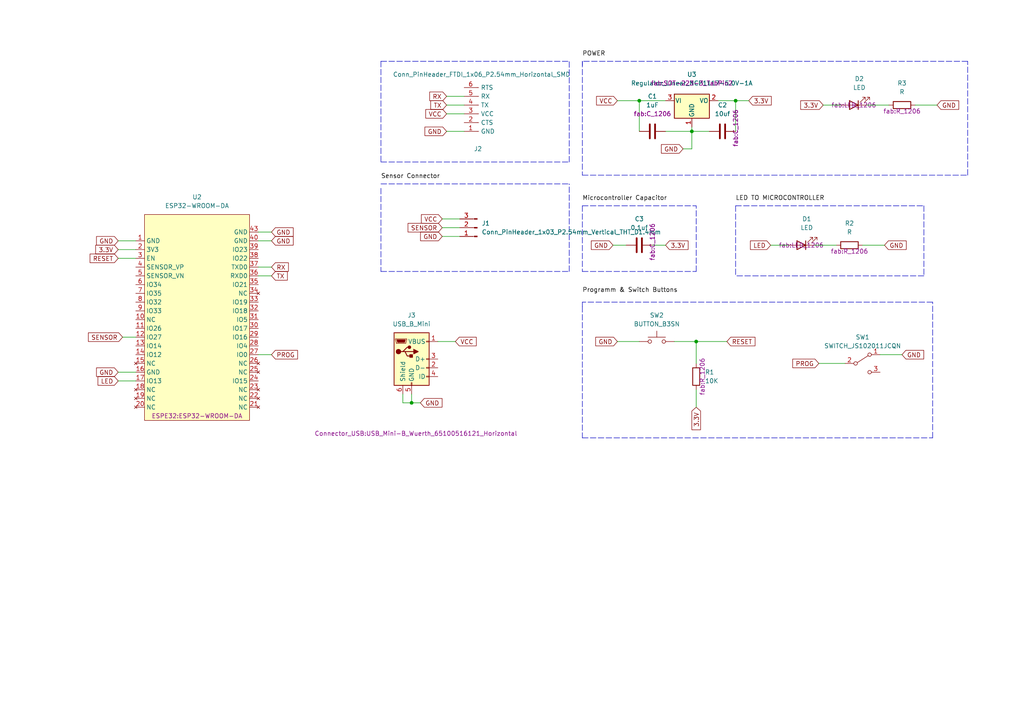
<source format=kicad_sch>
(kicad_sch (version 20211123) (generator eeschema)
  (paper "A4")
  (lib_symbols
    (symbol "Connector:USB_B_Mini" (pin_names (offset 1.016))
      (property "Reference" "J" (at -5.08 11.43 0))
      (property "Value" "USB_B_Mini" (at -5.08 8.89 0))
      (symbol "USB_B_Mini_0_1"
        (rectangle (start -5.08 -7.62) (end 5.08 7.62) (stroke (width 0.254)) (fill (type background)))
        (circle (center -3.81 2.159) (radius 0.635) (stroke (width 0.254)) (fill (type outline)))
        (circle (center -0.635 3.429) (radius 0.381) (stroke (width 0.254)) (fill (type outline)))
        (rectangle (start -0.127 -7.62) (end 0.127 -6.858))
        (polyline (pts (xy -1.905 2.159) (xy 0.635 2.159)) (stroke (width 0.254)))
        (polyline (pts (xy -3.175 2.159) (xy -2.54 2.159) (xy -1.27 3.429) (xy -0.635 3.429)) (stroke (width 0.254)))
        (polyline (pts (xy -2.54 2.159) (xy -1.905 2.159) (xy -1.27 0.889) (xy 0 0.889)) (stroke (width 0.254)))
        (polyline (pts (xy 0.635 2.794) (xy 0.635 1.524) (xy 1.905 2.159) (xy 0.635 2.794)) (stroke (width 0.254)) (fill (type outline)))
        (polyline (pts (xy -4.318 5.588) (xy -1.778 5.588) (xy -2.032 4.826) (xy -4.064 4.826) (xy -4.318 5.588)) (fill (type outline)))
        (polyline (pts (xy -4.699 5.842) (xy -4.699 5.588) (xy -4.445 4.826) (xy -4.445 4.572) (xy -1.651 4.572) (xy -1.651 4.826) (xy -1.397 5.588) (xy -1.397 5.842) (xy -4.699 5.842)))
        (rectangle (start 0.254 1.27) (end -0.508 0.508) (stroke (width 0.254)) (fill (type outline)))
        (rectangle (start 5.08 -5.207) (end 4.318 -4.953))
        (rectangle (start 5.08 -2.667) (end 4.318 -2.413))
        (rectangle (start 5.08 -0.127) (end 4.318 0.127))
        (rectangle (start 5.08 4.953) (end 4.318 5.207))
      )
      (symbol "USB_B_Mini_1_1"
        (pin power_out line (at 7.62 5.08 180) (length 2.54) (name "VBUS") (number "1"))
        (pin bidirectional line (at 7.62 -2.54 180) (length 2.54) (name "D-") (number "2"))
        (pin bidirectional line (at 7.62 0 180) (length 2.54) (name "D+") (number "3"))
        (pin passive line (at 7.62 -5.08 180) (length 2.54) (name "ID") (number "4"))
        (pin power_out line (at 0 -10.16 90) (length 2.54) (name "GND") (number "5"))
        (pin passive line (at -2.54 -10.16 90) (length 2.54) (name "Shield") (number "6"))
      )
    )
    (symbol "Device:C" (pin_numbers hide) (pin_names (offset 0.254))
      (property "Reference" "C" (at 0.635 2.54 0))
      (property "Value" "C" (at 0.635 -2.54 0))
      (symbol "C_0_1"
        (polyline (pts (xy -2.032 -0.762) (xy 2.032 -0.762)) (stroke (width 0.508)))
        (polyline (pts (xy -2.032 0.762) (xy 2.032 0.762)) (stroke (width 0.508)))
      )
      (symbol "C_1_1"
        (pin passive line (at 0 3.81 270) (length 2.794) (name "~") (number "1"))
        (pin passive line (at 0 -3.81 90) (length 2.794) (name "~") (number "2"))
      )
    )
    (symbol "Device:LED" (pin_numbers hide) (pin_names (offset 1.016) hide)
      (property "Reference" "D" (at 0 2.54 0))
      (property "Value" "LED" (at 0 -2.54 0))
      (symbol "LED_0_1"
        (polyline (pts (xy -1.27 -1.27) (xy -1.27 1.27)) (stroke (width 0.254)))
        (polyline (pts (xy -1.27 0) (xy 1.27 0)))
        (polyline (pts (xy 1.27 -1.27) (xy 1.27 1.27) (xy -1.27 0) (xy 1.27 -1.27)) (stroke (width 0.254)))
        (polyline (pts (xy -3.048 -0.762) (xy -4.572 -2.286) (xy -3.81 -2.286) (xy -4.572 -2.286) (xy -4.572 -1.524)))
        (polyline (pts (xy -1.778 -0.762) (xy -3.302 -2.286) (xy -2.54 -2.286) (xy -3.302 -2.286) (xy -3.302 -1.524)))
      )
      (symbol "LED_1_1"
        (pin passive line (at -3.81 0 0) (length 2.54) (name "K") (number "1"))
        (pin passive line (at 3.81 0 180) (length 2.54) (name "A") (number "2"))
      )
    )
    (symbol "ESP32-WROOM-DA:ESP32-WROOM-DA"
      (property "Reference" "U1" (at 0 34.29 0))
      (property "Value" "ESP32-WROOM-DA" (at 0 31.75 0))
      (symbol "ESP32-WROOM-DA_0_1"
        (rectangle (start -15.24 29.21) (end 15.24 -30.48) (fill (type background)))
      )
      (symbol "ESP32-WROOM-DA_1_1"
        (pin bidirectional line (at -17.78 21.59 0) (length 2.54) (name "GND") (number "1"))
        (pin bidirectional line (at -17.78 -1.27 0) (length 2.54) (name "NC") (number "10"))
        (pin bidirectional line (at -17.78 -3.81 0) (length 2.54) (name "IO26") (number "11"))
        (pin bidirectional line (at -17.78 -6.35 0) (length 2.54) (name "IO27") (number "12"))
        (pin bidirectional line (at -17.78 -8.89 0) (length 2.54) (name "IO14") (number "13"))
        (pin bidirectional line (at -17.78 -11.43 0) (length 2.54) (name "IO12") (number "14"))
        (pin no_connect line (at -17.78 -13.97 0) (length 2.54) (name "NC") (number "15"))
        (pin bidirectional line (at -17.78 -16.51 0) (length 2.54) (name "GND") (number "16"))
        (pin bidirectional line (at -17.78 -19.05 0) (length 2.54) (name "IO13") (number "17"))
        (pin no_connect line (at -17.78 -21.59 0) (length 2.54) (name "NC") (number "18"))
        (pin no_connect line (at -17.78 -24.13 0) (length 2.54) (name "NC") (number "19"))
        (pin bidirectional line (at -17.78 19.05 0) (length 2.54) (name "3V3") (number "2"))
        (pin no_connect line (at -17.78 -26.67 0) (length 2.54) (name "NC") (number "20"))
        (pin no_connect line (at 17.78 -26.67 180) (length 2.54) (name "NC") (number "21"))
        (pin no_connect line (at 17.78 -24.13 180) (length 2.54) (name "NC") (number "22"))
        (pin no_connect line (at 17.78 -21.59 180) (length 2.54) (name "NC") (number "23"))
        (pin bidirectional line (at 17.78 -19.05 180) (length 2.54) (name "IO15") (number "24"))
        (pin no_connect line (at 17.78 -16.51 180) (length 2.54) (name "NC") (number "25"))
        (pin no_connect line (at 17.78 -13.97 180) (length 2.54) (name "NC") (number "26"))
        (pin bidirectional line (at 17.78 -11.43 180) (length 2.54) (name "IO0") (number "27"))
        (pin bidirectional line (at 17.78 -8.89 180) (length 2.54) (name "IO4") (number "28"))
        (pin bidirectional line (at 17.78 -6.35 180) (length 2.54) (name "IO16") (number "29"))
        (pin bidirectional line (at -17.78 16.51 0) (length 2.54) (name "EN") (number "3"))
        (pin bidirectional line (at 17.78 -3.81 180) (length 2.54) (name "IO17") (number "30"))
        (pin bidirectional line (at 17.78 -1.27 180) (length 2.54) (name "IO5") (number "31"))
        (pin bidirectional line (at 17.78 1.27 180) (length 2.54) (name "IO18") (number "32"))
        (pin bidirectional line (at 17.78 3.81 180) (length 2.54) (name "IO19") (number "33"))
        (pin no_connect line (at 17.78 6.35 180) (length 2.54) (name "NC") (number "34"))
        (pin bidirectional line (at 17.78 8.89 180) (length 2.54) (name "IO21") (number "35"))
        (pin bidirectional line (at 17.78 11.43 180) (length 2.54) (name "RXD0") (number "36"))
        (pin bidirectional line (at 17.78 13.97 180) (length 2.54) (name "TXD0") (number "37"))
        (pin bidirectional line (at 17.78 16.51 180) (length 2.54) (name "IO22") (number "38"))
        (pin bidirectional line (at 17.78 19.05 180) (length 2.54) (name "IO23") (number "39"))
        (pin bidirectional line (at -17.78 13.97 0) (length 2.54) (name "SENSOR_VP") (number "4"))
        (pin bidirectional line (at 17.78 21.59 180) (length 2.54) (name "GND") (number "40"))
        (pin bidirectional line (at 17.78 24.13 180) (length 2.54) (name "GND") (number "43"))
        (pin bidirectional line (at -17.78 11.43 0) (length 2.54) (name "SENSOR_VN") (number "5"))
        (pin bidirectional line (at -17.78 8.89 0) (length 2.54) (name "IO34") (number "6"))
        (pin bidirectional line (at -17.78 6.35 0) (length 2.54) (name "IO35") (number "7"))
        (pin bidirectional line (at -17.78 3.81 0) (length 2.54) (name "IO32") (number "8"))
        (pin bidirectional line (at -17.78 1.27 0) (length 2.54) (name "IO33") (number "9"))
      )
    )
    (symbol "fab:BUTTON_B3SN" (pin_numbers hide) (pin_names (offset 1.016) hide)
      (property "Reference" "SW" (at 1.27 2.54 0))
      (property "Value" "BUTTON_B3SN" (at 0 -1.524 0))
      (symbol "BUTTON_B3SN_0_1"
        (circle (center -2.032 0) (radius 0.508))
        (polyline (pts (xy 0 1.27) (xy 0 3.048)))
        (polyline (pts (xy 2.54 1.27) (xy -2.54 1.27)))
        (circle (center 2.032 0) (radius 0.508))
        (pin passive line (at -5.08 0 0) (length 2.54) (name "1") (number "1"))
        (pin passive line (at 5.08 0 180) (length 2.54) (name "2") (number "2"))
      )
    )
    (symbol "fab:C" (pin_numbers hide) (pin_names (offset 0.254))
      (property "Reference" "C" (at 0.635 2.54 0))
      (property "Value" "C" (at 0.635 -2.54 0))
      (symbol "C_0_1"
        (polyline (pts (xy -2.032 -0.762) (xy 2.032 -0.762)) (stroke (width 0.508)))
        (polyline (pts (xy -2.032 0.762) (xy 2.032 0.762)) (stroke (width 0.508)))
      )
      (symbol "C_1_1"
        (pin passive line (at 0 3.81 270) (length 2.794) (name "~") (number "1"))
        (pin passive line (at 0 -3.81 90) (length 2.794) (name "~") (number "2"))
      )
    )
    (symbol "fab:Conn_PinHeader_1x03_P2.54mm_Vertical_THT_D1.4mm" (pin_names (offset 1.016) hide)
      (property "Reference" "J" (at 0 5.08 0))
      (property "Value" "Conn_PinHeader_1x03_P2.54mm_Vertical_THT_D1.4mm" (at 0 -5.08 0))
      (symbol "Conn_PinHeader_1x03_P2.54mm_Vertical_THT_D1.4mm_1_1"
        (polyline (pts (xy 1.27 -2.54) (xy 0.8636 -2.54)) (stroke (width 0.1524)))
        (polyline (pts (xy 1.27 0) (xy 0.8636 0)) (stroke (width 0.1524)))
        (polyline (pts (xy 1.27 2.54) (xy 0.8636 2.54)) (stroke (width 0.1524)))
        (rectangle (start 0.8636 -2.413) (end 0 -2.667) (stroke (width 0.1524)) (fill (type outline)))
        (rectangle (start 0.8636 0.127) (end 0 -0.127) (stroke (width 0.1524)) (fill (type outline)))
        (rectangle (start 0.8636 2.667) (end 0 2.413) (stroke (width 0.1524)) (fill (type outline)))
        (pin passive line (at 5.08 2.54 180) (length 3.81) (name "Pin_1") (number "1"))
        (pin passive line (at 5.08 0 180) (length 3.81) (name "Pin_2") (number "2"))
        (pin passive line (at 5.08 -2.54 180) (length 3.81) (name "Pin_3") (number "3"))
      )
    )
    (symbol "fab:Conn_PinHeader_FTDI_1x06_P2.54mm_Horizontal_SMD" (pin_names (offset 1.016))
      (property "Reference" "J" (at 0 7.62 0))
      (property "Value" "Conn_PinHeader_FTDI_1x06_P2.54mm_Horizontal_SMD" (at 0 -10.16 0))
      (symbol "Conn_PinHeader_FTDI_1x06_P2.54mm_Horizontal_SMD_1_1"
        (polyline (pts (xy 1.27 -7.62) (xy 0.8636 -7.62)) (stroke (width 0.1524)))
        (polyline (pts (xy 1.27 -5.08) (xy 0.8636 -5.08)) (stroke (width 0.1524)))
        (polyline (pts (xy 1.27 -2.54) (xy 0.8636 -2.54)) (stroke (width 0.1524)))
        (polyline (pts (xy 1.27 0) (xy 0.8636 0)) (stroke (width 0.1524)))
        (polyline (pts (xy 1.27 2.54) (xy 0.8636 2.54)) (stroke (width 0.1524)))
        (polyline (pts (xy 1.27 5.08) (xy 0.8636 5.08)) (stroke (width 0.1524)))
        (pin passive line (at 5.08 5.08 180) (length 3.81) (name "GND") (number "1"))
        (pin passive line (at 5.08 2.54 180) (length 3.81) (name "CTS") (number "2"))
        (pin passive line (at 5.08 0 180) (length 3.81) (name "VCC") (number "3"))
        (pin passive line (at 5.08 -2.54 180) (length 3.81) (name "TX") (number "4"))
        (pin passive line (at 5.08 -5.08 180) (length 3.81) (name "RX") (number "5"))
        (pin passive line (at 5.08 -7.62 180) (length 3.81) (name "RTS") (number "6"))
      )
    )
    (symbol "fab:R" (pin_numbers hide) (pin_names (offset 0))
      (property "Reference" "R" (at 2.032 0 90))
      (property "Value" "R" (at 0 0 90))
      (symbol "R_0_1"
        (rectangle (start -1.016 -2.54) (end 1.016 2.54) (stroke (width 0.254)))
      )
      (symbol "R_1_1"
        (pin passive line (at 0 3.81 270) (length 1.27) (name "~") (number "1"))
        (pin passive line (at 0 -3.81 90) (length 1.27) (name "~") (number "2"))
      )
    )
    (symbol "fab:Regulator_Linear_NCP1117-5.0V-1A" (pin_names (offset 0.254))
      (property "Reference" "U" (at -3.81 3.175 0))
      (property "Value" "Regulator_Linear_NCP1117-5.0V-1A" (at 0 3.175 0))
      (symbol "Regulator_Linear_NCP1117-5.0V-1A_0_1"
        (rectangle (start -5.08 -5.08) (end 5.08 1.905) (stroke (width 0.254)) (fill (type background)))
      )
      (symbol "Regulator_Linear_NCP1117-5.0V-1A_1_1"
        (pin power_in line (at 0 -7.62 90) (length 2.54) (name "GND") (number "1"))
        (pin power_out line (at 7.62 0 180) (length 2.54) (name "VO") (number "2"))
        (pin power_in line (at -7.62 0 0) (length 2.54) (name "VI") (number "3"))
      )
    )
    (symbol "fab:SWITCH_JS102011JCQN" (pin_names (offset 0) hide)
      (property "Reference" "SW" (at 0 4.318 0))
      (property "Value" "SWITCH_JS102011JCQN" (at 0 -5.08 0))
      (symbol "SWITCH_JS102011JCQN_0_0"
        (circle (center -2.032 0) (radius 0.508))
        (circle (center 2.032 -2.54) (radius 0.508))
      )
      (symbol "SWITCH_JS102011JCQN_0_1"
        (polyline (pts (xy -1.524 0.254) (xy 1.651 2.286)))
        (circle (center 2.032 2.54) (radius 0.508))
      )
      (symbol "SWITCH_JS102011JCQN_1_1"
        (pin passive line (at 5.08 2.54 180) (length 2.54) (name "A") (number "1"))
        (pin passive line (at -5.08 0 0) (length 2.54) (name "B") (number "2"))
        (pin passive line (at 5.08 -2.54 180) (length 2.54) (name "C") (number "3"))
      )
    )
  )
  (junction (at 201.93 99.06))
  (junction (at 119.38 116.84))
  (junction (at 200.66 38.1))
  (junction (at 185.42 29.21))
  (junction (at 213.36 29.21))
  (wire (pts (xy 201.93 99.06) (xy 210.82 99.06)))
  (wire (pts (xy 250.19 71.12) (xy 256.54 71.12)))
  (wire (pts (xy 223.52 71.12) (xy 228.6 71.12)))
  (polyline (pts (xy 267.97 80.01) (xy 213.36 80.01)))
  (polyline (pts (xy 168.91 87.63) (xy 168.91 88.9)))
  (wire (pts (xy 128.27 66.04) (xy 133.35 66.04)))
  (polyline (pts (xy 165.1 46.99) (xy 165.1 17.78)))
  (wire (pts (xy 237.49 105.41) (xy 245.11 105.41)))
  (wire (pts (xy 193.04 38.1) (xy 200.66 38.1)))
  (polyline (pts (xy 110.49 46.99) (xy 165.1 46.99)))
  (wire (pts (xy 129.54 27.94) (xy 134.62 27.94)))
  (wire (pts (xy 74.93 102.87) (xy 78.74 102.87)))
  (wire (pts (xy 265.43 30.48) (xy 271.78 30.48)))
  (polyline (pts (xy 168.91 17.78) (xy 168.91 50.8)))
  (polyline (pts (xy 213.36 59.69) (xy 267.97 59.69)))
  (polyline (pts (xy 168.91 59.69) (xy 201.93 59.69)))
  (wire (pts (xy 74.93 77.47) (xy 78.74 77.47)))
  (polyline (pts (xy 270.51 87.63) (xy 168.91 87.63)))
  (wire (pts (xy 185.42 29.21) (xy 185.42 38.1)))
  (wire (pts (xy 195.58 99.06) (xy 201.93 99.06)))
  (polyline (pts (xy 280.67 50.8) (xy 280.67 17.78)))
  (wire (pts (xy 128.27 68.58) (xy 133.35 68.58)))
  (wire (pts (xy 213.36 29.21) (xy 213.36 38.1)))
  (polyline (pts (xy 168.91 78.74) (xy 201.93 78.74)))
  (wire (pts (xy 185.42 29.21) (xy 193.04 29.21)))
  (polyline (pts (xy 110.49 78.74) (xy 165.1 78.74)))
  (wire (pts (xy 201.93 113.03) (xy 201.93 118.11)))
  (wire (pts (xy 201.93 99.06) (xy 201.93 105.41)))
  (wire (pts (xy 116.84 114.3) (xy 116.84 116.84)))
  (polyline (pts (xy 213.36 59.69) (xy 213.36 80.01)))
  (wire (pts (xy 200.66 43.18) (xy 198.12 43.18)))
  (wire (pts (xy 179.07 29.21) (xy 185.42 29.21)))
  (polyline (pts (xy 110.49 54.61) (xy 110.49 78.74)))
  (wire (pts (xy 129.54 38.1) (xy 134.62 38.1)))
  (polyline (pts (xy 168.91 127) (xy 270.51 127)))
  (wire (pts (xy 74.93 67.31) (xy 78.74 67.31)))
  (polyline (pts (xy 267.97 59.69) (xy 267.97 80.01)))
  (wire (pts (xy 179.07 99.06) (xy 185.42 99.06)))
  (wire (pts (xy 34.29 110.49) (xy 39.37 110.49)))
  (polyline (pts (xy 110.49 17.78) (xy 110.49 46.99)))
  (wire (pts (xy 255.27 102.87) (xy 261.62 102.87)))
  (polyline (pts (xy 165.1 78.74) (xy 165.1 53.34)))
  (polyline (pts (xy 270.51 127) (xy 270.51 87.63)))
  (wire (pts (xy 34.29 74.93) (xy 39.37 74.93)))
  (wire (pts (xy 189.23 71.12) (xy 193.04 71.12)))
  (wire (pts (xy 119.38 116.84) (xy 121.92 116.84)))
  (wire (pts (xy 128.27 63.5) (xy 133.35 63.5)))
  (wire (pts (xy 177.8 71.12) (xy 181.61 71.12)))
  (wire (pts (xy 208.28 29.21) (xy 213.36 29.21)))
  (wire (pts (xy 127 99.06) (xy 132.08 99.06)))
  (wire (pts (xy 74.93 80.01) (xy 78.74 80.01)))
  (wire (pts (xy 238.76 30.48) (xy 243.84 30.48)))
  (polyline (pts (xy 168.91 59.69) (xy 168.91 78.74)))
  (wire (pts (xy 200.66 38.1) (xy 205.74 38.1)))
  (wire (pts (xy 251.46 30.48) (xy 257.81 30.48)))
  (wire (pts (xy 34.29 69.85) (xy 39.37 69.85)))
  (polyline (pts (xy 110.49 53.34) (xy 165.1 53.34)))
  (wire (pts (xy 200.66 36.83) (xy 200.66 38.1)))
  (wire (pts (xy 129.54 30.48) (xy 134.62 30.48)))
  (wire (pts (xy 34.29 107.95) (xy 39.37 107.95)))
  (wire (pts (xy 200.66 38.1) (xy 200.66 43.18)))
  (wire (pts (xy 74.93 69.85) (xy 78.74 69.85)))
  (polyline (pts (xy 168.91 50.8) (xy 280.67 50.8)))
  (wire (pts (xy 34.29 72.39) (xy 39.37 72.39)))
  (wire (pts (xy 119.38 114.3) (xy 119.38 116.84)))
  (polyline (pts (xy 280.67 17.78) (xy 168.91 17.78)))
  (wire (pts (xy 129.54 33.02) (xy 134.62 33.02)))
  (wire (pts (xy 116.84 116.84) (xy 119.38 116.84)))
  (wire (pts (xy 236.22 71.12) (xy 242.57 71.12)))
  (polyline (pts (xy 168.91 88.9) (xy 168.91 127)))
  (wire (pts (xy 39.37 97.79) (xy 35.56 97.79)))
  (polyline (pts (xy 168.91 17.78) (xy 168.91 19.05)))
  (polyline (pts (xy 201.93 78.74) (xy 201.93 59.69)))
  (polyline (pts (xy 110.49 17.78) (xy 165.1 17.78)))
  (wire (pts (xy 213.36 29.21) (xy 217.17 29.21)))
  (label "LED TO MICROCONTROLLER" (at 213.36 58.42 0))
  (label "Microcontroller Capacitor" (at 168.91 58.42 0))
  (label "Sensor Connector" (at 110.49 52.07 0))
  (label "POWER" (at 168.91 16.51 0))
  (label "Programm & Switch Buttons" (at 168.91 85.09 0))
  (global_label "GND" (shape input) (at 78.74 69.85 0) (property "Intersheet References" "${INTERSHEET_REFS}" (effects hide)))
  (global_label "RESET" (shape input) (at 210.82 99.06 0) (property "Intersheet References" "${INTERSHEET_REFS}" (effects hide)))
  (global_label "GND" (shape input) (at 177.8 71.12 180) (property "Intersheet References" "${INTERSHEET_REFS}" (effects hide)))
  (global_label "VCC" (shape input) (at 132.08 99.06 0) (property "Intersheet References" "${INTERSHEET_REFS}" (effects hide)))
  (global_label "3.3V" (shape input) (at 238.76 30.48 180) (property "Intersheet References" "${INTERSHEET_REFS}" (effects hide)))
  (global_label "PROG" (shape input) (at 237.49 105.41 180) (property "Intersheet References" "${INTERSHEET_REFS}" (effects hide)))
  (global_label "TX" (shape input) (at 129.54 30.48 180) (property "Intersheet References" "${INTERSHEET_REFS}" (effects hide)))
  (global_label "GND" (shape input) (at 34.29 107.95 180) (property "Intersheet References" "${INTERSHEET_REFS}" (effects hide)))
  (global_label "VCC" (shape input) (at 129.54 33.02 180) (property "Intersheet References" "${INTERSHEET_REFS}" (effects hide)))
  (global_label "GND" (shape input) (at 256.54 71.12 0) (property "Intersheet References" "${INTERSHEET_REFS}" (effects hide)))
  (global_label "GND" (shape input) (at 271.78 30.48 0) (property "Intersheet References" "${INTERSHEET_REFS}" (effects hide)))
  (global_label "GND" (shape input) (at 34.29 69.85 180) (property "Intersheet References" "${INTERSHEET_REFS}" (effects hide)))
  (global_label "GND" (shape input) (at 129.54 38.1 180) (property "Intersheet References" "${INTERSHEET_REFS}" (effects hide)))
  (global_label "GND" (shape input) (at 198.12 43.18 180) (property "Intersheet References" "${INTERSHEET_REFS}" (effects hide)))
  (global_label "LED" (shape input) (at 34.29 110.49 180) (property "Intersheet References" "${INTERSHEET_REFS}" (effects hide)))
  (global_label "SENSOR" (shape input) (at 35.56 97.79 180) (property "Intersheet References" "${INTERSHEET_REFS}" (effects hide)))
  (global_label "LED" (shape input) (at 223.52 71.12 180) (property "Intersheet References" "${INTERSHEET_REFS}" (effects hide)))
  (global_label "RX" (shape input) (at 129.54 27.94 180) (property "Intersheet References" "${INTERSHEET_REFS}" (effects hide)))
  (global_label "TX" (shape input) (at 78.74 80.01 0) (property "Intersheet References" "${INTERSHEET_REFS}" (effects hide)))
  (global_label "PROG" (shape input) (at 78.74 102.87 0) (property "Intersheet References" "${INTERSHEET_REFS}" (effects hide)))
  (global_label "GND" (shape input) (at 78.74 67.31 0) (property "Intersheet References" "${INTERSHEET_REFS}" (effects hide)))
  (global_label "3.3V" (shape input) (at 217.17 29.21 0) (property "Intersheet References" "${INTERSHEET_REFS}" (effects hide)))
  (global_label "3.3V" (shape input) (at 34.29 72.39 180) (property "Intersheet References" "${INTERSHEET_REFS}" (effects hide)))
  (global_label "RESET" (shape input) (at 34.29 74.93 180) (property "Intersheet References" "${INTERSHEET_REFS}" (effects hide)))
  (global_label "GND" (shape input) (at 121.92 116.84 0) (property "Intersheet References" "${INTERSHEET_REFS}" (effects hide)))
  (global_label "3.3V" (shape input) (at 201.93 118.11 270) (property "Intersheet References" "${INTERSHEET_REFS}" (effects hide)))
  (global_label "GND" (shape input) (at 179.07 99.06 180) (property "Intersheet References" "${INTERSHEET_REFS}" (effects hide)))
  (global_label "VCC" (shape input) (at 128.27 63.5 180) (property "Intersheet References" "${INTERSHEET_REFS}" (effects hide)))
  (global_label "GND" (shape input) (at 261.62 102.87 0) (property "Intersheet References" "${INTERSHEET_REFS}" (effects hide)))
  (global_label "SENSOR" (shape input) (at 128.27 66.04 180) (property "Intersheet References" "${INTERSHEET_REFS}" (effects hide)))
  (global_label "VCC" (shape input) (at 179.07 29.21 180) (property "Intersheet References" "${INTERSHEET_REFS}" (effects hide)))
  (global_label "GND" (shape input) (at 128.27 68.58 180) (property "Intersheet References" "${INTERSHEET_REFS}" (effects hide)))
  (global_label "3.3V" (shape input) (at 193.04 71.12 0) (property "Intersheet References" "${INTERSHEET_REFS}" (effects hide)))
  (global_label "RX" (shape input) (at 78.74 77.47 0) (property "Intersheet References" "${INTERSHEET_REFS}" (effects hide)))
  (symbol (lib_id "fab:Conn_PinHeader_FTDI_1x06_P2.54mm_Horizontal_SMD") (at 139.7 33.02 180) (unit 1)
    (property "Reference" "J2" (at 138.6332 43.18 0))
    (property "Value" "Conn_PinHeader_FTDI_1x06_P2.54mm_Horizontal_SMD" (at 139.7 21.59 0))
    (property "Footprint" "fab:PinHeader_FTDI_01x06_P2.54mm_Horizontal_SMD" (effects hide))
  )
  (symbol (lib_id "Device:LED") (at 232.41 71.12 180) (unit 1)
    (property "Reference" "D1" (at 233.9975 63.5 0))
    (property "Value" "LED" (at 233.9975 66.04 0))
    (property "Footprint" "fab:LED_1206" (at 232.41 71.12 0))
  )
  (symbol (lib_id "fab:R") (at 201.93 109.22 180) (unit 1)
    (property "Reference" "R1" (at 204.47 107.9499 0) (effects (justify right)))
    (property "Value" "10K" (at 204.47 110.4899 0) (effects (justify right)))
    (property "Footprint" "fab:R_1206" (at 203.708 109.22 90))
  )
  (symbol (lib_id "fab:R") (at 261.62 30.48 90) (unit 1)
    (property "Reference" "R3" (at 261.62 24.13 90))
    (property "Value" "R" (at 261.62 26.67 90))
    (property "Footprint" "fab:R_1206" (at 261.62 32.258 90))
  )
  (symbol (lib_id "Connector:USB_B_Mini") (at 119.38 104.14 0) (unit 1)
    (property "Reference" "J3" (at 119.38 91.44 0))
    (property "Value" "USB_B_Mini" (at 119.38 93.98 0))
    (property "Footprint" "Connector_USB:USB_Mini-B_Wuerth_65100516121_Horizontal" (at 120.65 125.73 0))
  )
  (symbol (lib_id "fab:Conn_PinHeader_1x03_P2.54mm_Vertical_THT_D1.4mm") (at 138.43 66.04 180) (unit 1)
    (property "Reference" "J1" (at 139.7 64.7699 0) (effects (justify right)))
    (property "Value" "Conn_PinHeader_1x03_P2.54mm_Vertical_THT_D1.4mm" (at 139.7 67.3099 0) (effects (justify right)))
    (property "Footprint" "fab:PinHeader_1x03_P2.54mm_Vertical_THT_D1.4mm" (effects hide))
  )
  (symbol (lib_id "fab:R") (at 246.38 71.12 90) (unit 1)
    (property "Reference" "R2" (at 246.38 64.77 90))
    (property "Value" "R" (at 246.38 67.31 90))
    (property "Footprint" "fab:R_1206" (at 246.38 72.898 90))
  )
  (symbol (lib_id "Device:C") (at 189.23 38.1 270) (unit 1)
    (property "Reference" "C1" (at 189.23 27.94 90))
    (property "Value" "1uF" (at 189.23 30.48 90))
    (property "Footprint" "fab:C_1206" (at 189.23 33.02 90))
  )
  (symbol (lib_id "fab:BUTTON_B3SN") (at 190.5 99.06 0) (unit 1)
    (property "Reference" "SW2" (at 190.5 91.44 0))
    (property "Value" "BUTTON_B3SN" (at 190.5 93.98 0))
    (property "Footprint" "fab:Button_Omron_B3SN_6x6mm" (effects hide))
    (property "Datasheet" "https://omronfs.omron.com/en_US/ecb/products/pdf/en-b3sn.pdf" (effects hide))
  )
  (symbol (lib_id "ESP32-WROOM-DA:ESP32-WROOM-DA") (at 57.15 91.44 0) (unit 1)
    (property "Reference" "U2" (at 57.15 57.15 0))
    (property "Value" "ESP32-WROOM-DA" (at 57.15 59.69 0))
    (property "Footprint" "ESPE32:ESP32-WROOM-DA" (at 57.15 120.65 0))
  )
  (symbol (lib_id "fab:C") (at 209.55 38.1 90) (unit 1)
    (property "Reference" "C2" (at 209.55 30.48 90))
    (property "Value" "10uf" (at 209.55 33.02 90))
    (property "Footprint" "fab:C_1206" (at 213.36 37.1348 0))
  )
  (symbol (lib_id "fab:Regulator_Linear_NCP1117-5.0V-1A") (at 200.66 29.21 0) (unit 1)
    (property "Reference" "U3" (at 200.66 21.59 0))
    (property "Value" "Regulator_Linear_NCP1117-5.0V-1A" (at 200.66 24.13 0))
    (property "Footprint" "fab:SOT-223-3_TabPin2" (at 200.66 24.13 0))
  )
  (symbol (lib_id "Device:LED") (at 247.65 30.48 180) (unit 1)
    (property "Reference" "D2" (at 249.2375 22.86 0))
    (property "Value" "LED" (at 249.2375 25.4 0))
    (property "Footprint" "fab:LED_1206" (at 247.65 30.48 0))
    (property "Datasheet" "~" (at 247.65 30.48 0))
  )
  (symbol (lib_id "fab:C") (at 185.42 71.12 90) (unit 1)
    (property "Reference" "C3" (at 185.42 63.5 90))
    (property "Value" "0.1uf" (at 185.42 66.04 90))
    (property "Footprint" "fab:C_1206" (at 189.23 70.1548 0))
  )
  (symbol (lib_id "fab:SWITCH_JS102011JCQN") (at 250.19 105.41 0) (unit 1)
    (property "Reference" "SW1" (at 250.19 97.79 0))
    (property "Value" "SWITCH_JS102011JCQN" (at 250.19 100.33 0))
    (property "Footprint" "fab:Switch_SPDT_C&K_AYZ0102AGRLC_7.2x3mm_P2.5mm" (effects hide))
    (property "Datasheet" "https://www.ckswitches.com/media/1422/js.pdf" (effects hide))
  )
)
</source>
